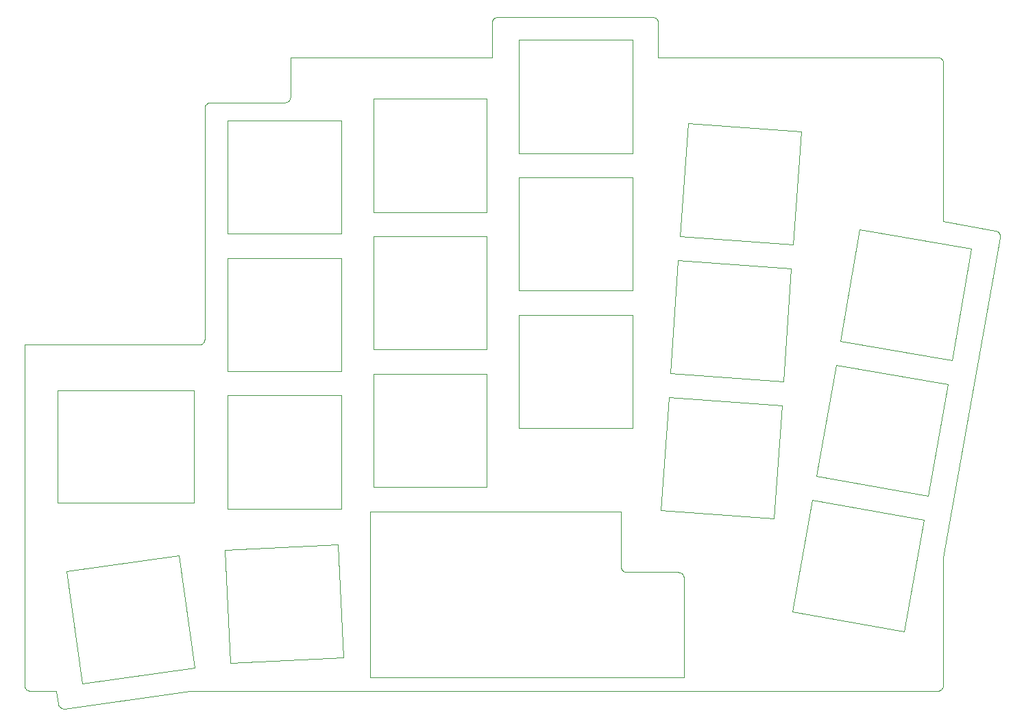
<source format=gm1>
G04 #@! TF.GenerationSoftware,KiCad,Pcbnew,7.0.5*
G04 #@! TF.CreationDate,2023-06-08T23:10:15+10:00*
G04 #@! TF.ProjectId,Klotz_02_Plate,4b6c6f74-7a5f-4303-925f-506c6174652e,0.1*
G04 #@! TF.SameCoordinates,Original*
G04 #@! TF.FileFunction,Profile,NP*
%FSLAX46Y46*%
G04 Gerber Fmt 4.6, Leading zero omitted, Abs format (unit mm)*
G04 Created by KiCad (PCBNEW 7.0.5) date 2023-06-08 23:10:15*
%MOMM*%
%LPD*%
G01*
G04 APERTURE LIST*
%ADD10C,0.010000*%
G04 APERTURE END LIST*
D10*
X117687056Y-53523114D02*
X117687056Y-58391447D01*
X204787893Y-74936725D02*
X198367333Y-73807837D01*
X105833721Y-128982282D02*
X91969555Y-130922560D01*
X141958169Y-89647560D02*
X127952892Y-89647560D01*
X198332053Y-131134229D02*
X198332053Y-115365063D01*
X165594280Y-117164221D02*
X165630446Y-117165143D01*
X165666153Y-117167881D01*
X165701357Y-117172389D01*
X165736011Y-117178621D01*
X165770071Y-117186533D01*
X165803492Y-117196079D01*
X165836228Y-117207214D01*
X165868234Y-117219893D01*
X165899465Y-117234071D01*
X165929875Y-117249702D01*
X165959420Y-117266741D01*
X165988054Y-117285143D01*
X166015732Y-117304863D01*
X166042409Y-117325855D01*
X166068040Y-117348075D01*
X166092578Y-117371477D01*
X166115980Y-117396015D01*
X166138200Y-117421646D01*
X166159192Y-117448323D01*
X166178912Y-117476001D01*
X166197314Y-117504635D01*
X166214353Y-117534180D01*
X166229984Y-117564590D01*
X166244162Y-117595821D01*
X166256841Y-117627827D01*
X166267976Y-117660564D01*
X166277522Y-117693984D01*
X166285434Y-117728045D01*
X166291666Y-117762699D01*
X166296174Y-117797903D01*
X166298912Y-117833610D01*
X166299835Y-117869777D01*
X106398168Y-89047836D02*
X84843444Y-89047836D01*
X178576498Y-93598670D02*
X164606495Y-92610891D01*
X127952892Y-72643669D02*
X127952891Y-72603492D01*
X127952891Y-72486383D01*
X127952891Y-72297469D01*
X127952891Y-72041879D01*
X127952891Y-71724743D01*
X127952891Y-71351189D01*
X127952891Y-70926347D01*
X127952891Y-70455344D01*
X127952891Y-69943310D01*
X127952891Y-69395374D01*
X127952891Y-68816665D01*
X127952891Y-68212311D01*
X127952891Y-67587442D01*
X127952891Y-66947186D01*
X127952891Y-66296672D01*
X127952891Y-65641030D01*
X127952891Y-64985387D01*
X127952891Y-64334873D01*
X127952891Y-63694617D01*
X127952891Y-63069748D01*
X127952891Y-62465394D01*
X127952891Y-61886685D01*
X127952890Y-61338749D01*
X127952890Y-60826715D01*
X127952890Y-60355712D01*
X127952890Y-59930870D01*
X127952890Y-59557316D01*
X127952889Y-59240180D01*
X127952889Y-58984590D01*
X127952889Y-58795676D01*
X127952889Y-58678567D01*
X127952889Y-58638391D01*
X165805949Y-75642278D02*
X166793722Y-61672280D01*
X158538724Y-116458666D02*
X158539646Y-116494832D01*
X158542384Y-116530539D01*
X158546892Y-116565743D01*
X158553124Y-116600397D01*
X158561036Y-116634457D01*
X158570582Y-116667878D01*
X158581717Y-116700614D01*
X158594396Y-116732620D01*
X158608574Y-116763851D01*
X158624205Y-116794261D01*
X158641244Y-116823806D01*
X158659646Y-116852440D01*
X158679366Y-116880118D01*
X158700358Y-116906795D01*
X158722578Y-116932426D01*
X158745980Y-116956964D01*
X158770518Y-116980366D01*
X158796149Y-117002586D01*
X158822826Y-117023578D01*
X158850504Y-117043298D01*
X158879138Y-117061700D01*
X158908683Y-117078739D01*
X158939093Y-117094370D01*
X158970324Y-117108548D01*
X159002330Y-117121227D01*
X159035067Y-117132362D01*
X159068487Y-117141908D01*
X159102548Y-117149820D01*
X159137202Y-117156052D01*
X159172406Y-117160560D01*
X159208113Y-117163298D01*
X159244280Y-117164221D01*
X201824551Y-77194503D02*
X199390386Y-90988114D01*
X141958169Y-58638391D02*
X141958169Y-72643669D01*
X90029277Y-117058392D02*
X103893443Y-115118114D01*
X205317060Y-75783395D02*
X205325954Y-75743920D01*
X205332820Y-75704897D01*
X205337697Y-75666366D01*
X205340622Y-75628364D01*
X205341636Y-75590930D01*
X205340777Y-75554104D01*
X205338083Y-75517924D01*
X205333593Y-75482428D01*
X205327346Y-75447656D01*
X205319381Y-75413646D01*
X205309737Y-75380438D01*
X205298452Y-75348069D01*
X205285565Y-75316578D01*
X205271114Y-75286005D01*
X205255140Y-75256388D01*
X205237680Y-75227766D01*
X205218772Y-75200177D01*
X205198457Y-75173660D01*
X205176772Y-75148255D01*
X205153757Y-75123999D01*
X205129450Y-75100932D01*
X205103889Y-75079092D01*
X205077115Y-75058519D01*
X205049164Y-75039250D01*
X205020077Y-75021325D01*
X204989892Y-75004782D01*
X204958648Y-74989660D01*
X204926383Y-74975998D01*
X204893136Y-74963835D01*
X204858946Y-74953209D01*
X204823852Y-74944159D01*
X204787893Y-74936725D01*
X88950000Y-94700000D02*
X105750000Y-94700000D01*
X109573168Y-114447833D02*
X123543167Y-113706998D01*
X109961223Y-61319502D02*
X123966502Y-61319502D01*
X193499004Y-124466725D02*
X179705391Y-122032561D01*
X165594274Y-78640892D02*
X179564271Y-79628670D01*
X109961223Y-92328668D02*
X109961223Y-78323391D01*
X88950000Y-108600000D02*
X105750000Y-108600000D01*
X198896500Y-93951448D02*
X196462335Y-107745056D01*
X185102886Y-91517280D02*
X198896500Y-93951448D01*
X84843444Y-131134229D02*
X84844366Y-131170395D01*
X84847104Y-131206102D01*
X84851612Y-131241306D01*
X84857844Y-131275960D01*
X84865756Y-131310020D01*
X84875302Y-131343441D01*
X84886437Y-131376177D01*
X84899116Y-131408183D01*
X84913294Y-131439414D01*
X84928925Y-131469824D01*
X84945964Y-131499369D01*
X84964366Y-131528003D01*
X84984086Y-131555681D01*
X85005079Y-131582358D01*
X85027299Y-131607989D01*
X85050701Y-131632527D01*
X85075239Y-131655929D01*
X85100870Y-131678149D01*
X85127547Y-131699141D01*
X85155225Y-131718861D01*
X85183859Y-131737263D01*
X85213404Y-131754302D01*
X85243814Y-131769933D01*
X85275045Y-131784111D01*
X85307051Y-131796790D01*
X85339787Y-131807925D01*
X85373208Y-131817471D01*
X85407268Y-131825383D01*
X85441923Y-131831615D01*
X85477126Y-131836123D01*
X85512833Y-131838861D01*
X85549000Y-131839784D01*
X109961223Y-75324780D02*
X109961223Y-61319502D01*
X166793722Y-61672280D02*
X180763724Y-62660057D01*
X145944553Y-85343669D02*
X159949830Y-85343669D01*
X166299835Y-117869777D02*
X166299835Y-130146444D01*
X85549000Y-131839784D02*
X88794555Y-131839784D01*
X107809279Y-59097002D02*
X107773113Y-59097924D01*
X107737405Y-59100662D01*
X107702202Y-59105170D01*
X107667547Y-59111402D01*
X107633487Y-59119314D01*
X107600067Y-59128860D01*
X107567331Y-59139995D01*
X107535325Y-59152674D01*
X107504094Y-59166852D01*
X107473683Y-59182483D01*
X107444138Y-59199522D01*
X107415504Y-59217924D01*
X107387826Y-59237644D01*
X107361149Y-59258637D01*
X107335519Y-59280857D01*
X107310980Y-59304259D01*
X107287578Y-59328797D01*
X107265358Y-59354428D01*
X107244366Y-59381105D01*
X107224646Y-59408783D01*
X107206243Y-59437417D01*
X107189204Y-59466962D01*
X107173573Y-59497372D01*
X107159395Y-59528603D01*
X107146716Y-59560609D01*
X107135581Y-59593345D01*
X107126035Y-59626766D01*
X107118123Y-59660826D01*
X107111891Y-59695481D01*
X107107383Y-59730684D01*
X107104645Y-59766391D01*
X107103723Y-59802558D01*
X109961223Y-109297281D02*
X109961223Y-95292004D01*
X177412335Y-110532003D02*
X163442333Y-109544224D01*
X84843444Y-89047836D02*
X84843444Y-131134229D01*
X159949830Y-99348949D02*
X145944553Y-99348949D01*
X198367333Y-73807837D02*
X198367333Y-54228669D01*
X178400109Y-96562001D02*
X177412335Y-110532003D01*
X116981501Y-59097002D02*
X107809279Y-59097002D01*
X164606495Y-92610891D02*
X165594274Y-78640892D01*
X145944553Y-51371169D02*
X159949830Y-51371169D01*
X105750000Y-94700000D02*
X105750000Y-108600000D01*
X145944553Y-65376448D02*
X145944553Y-51371169D01*
X123966502Y-95292004D02*
X123966502Y-109297281D01*
X159949830Y-85343669D02*
X159949830Y-99348949D01*
X163442333Y-109544224D02*
X164430112Y-95574222D01*
X188030938Y-74760336D02*
X201824551Y-77194503D01*
X127952889Y-58638391D02*
X141958169Y-58638391D01*
X179705391Y-122032561D02*
X182139555Y-108238953D01*
X159949830Y-68339780D02*
X159949830Y-82345058D01*
X127952889Y-75642280D02*
X141958169Y-75642280D01*
X196462335Y-107745056D02*
X182668722Y-105310891D01*
X124284000Y-127677000D02*
X110314000Y-128417835D01*
X182668722Y-105310891D02*
X185102886Y-91517280D01*
X197661778Y-53523114D02*
X163124835Y-53523114D01*
X159244280Y-117164221D02*
X165594280Y-117164221D01*
X179775951Y-76630057D02*
X165805949Y-75642278D01*
X110314000Y-128417835D02*
X109573168Y-114447833D01*
X141958169Y-72643669D02*
X127952892Y-72643669D01*
X117687056Y-58391447D02*
X117686133Y-58427612D01*
X117683395Y-58463320D01*
X117678887Y-58498523D01*
X117672655Y-58533178D01*
X117664743Y-58567238D01*
X117655197Y-58600658D01*
X117644062Y-58633394D01*
X117631383Y-58665400D01*
X117617205Y-58696631D01*
X117601574Y-58727041D01*
X117584535Y-58756586D01*
X117566133Y-58785220D01*
X117546413Y-58812899D01*
X117525420Y-58839575D01*
X117503201Y-58865206D01*
X117479799Y-58889745D01*
X117455260Y-58913147D01*
X117429629Y-58935366D01*
X117402953Y-58956359D01*
X117375274Y-58976079D01*
X117346640Y-58994481D01*
X117317095Y-59011520D01*
X117286685Y-59027151D01*
X117255454Y-59041329D01*
X117223448Y-59054008D01*
X117190712Y-59065143D01*
X117157292Y-59074689D01*
X117123232Y-59082601D01*
X117088577Y-59088833D01*
X117053374Y-59093341D01*
X117017666Y-59096079D01*
X116981501Y-59097002D01*
X141958169Y-92646168D02*
X141958169Y-106651448D01*
X123543167Y-113706998D02*
X124284000Y-127677000D01*
X159949830Y-65376448D02*
X145944553Y-65376448D01*
X159949830Y-51371169D02*
X159949830Y-65376448D01*
X91969555Y-130922560D02*
X90029277Y-117058392D01*
X162419280Y-48548947D02*
X143298725Y-48548947D01*
X199108169Y-111025895D02*
X205317060Y-75783395D01*
X179564271Y-79628670D02*
X178576498Y-93598670D01*
X123966502Y-92328668D02*
X109961223Y-92328668D01*
X127952892Y-89647560D02*
X127952891Y-89607383D01*
X127952891Y-89490274D01*
X127952891Y-89301360D01*
X127952891Y-89045770D01*
X127952891Y-88728634D01*
X127952891Y-88355080D01*
X127952891Y-87930237D01*
X127952891Y-87459235D01*
X127952891Y-86947201D01*
X127952891Y-86399265D01*
X127952891Y-85820555D01*
X127952891Y-85216201D01*
X127952891Y-84591332D01*
X127952891Y-83951076D01*
X127952891Y-83300562D01*
X127952891Y-82644920D01*
X127952891Y-81989277D01*
X127952891Y-81338763D01*
X127952891Y-80698507D01*
X127952891Y-80073638D01*
X127952891Y-79469284D01*
X127952891Y-78890574D01*
X127952890Y-78342638D01*
X127952890Y-77830605D01*
X127952890Y-77359602D01*
X127952890Y-76934759D01*
X127952890Y-76561205D01*
X127952889Y-76244069D01*
X127952889Y-75988479D01*
X127952889Y-75799565D01*
X127952889Y-75682456D01*
X127952889Y-75642280D01*
X158538724Y-109650053D02*
X158538724Y-116458666D01*
X195933169Y-110673118D02*
X193499004Y-124466725D01*
X163124835Y-53523114D02*
X163124835Y-49254502D01*
X145944553Y-99348949D02*
X145944553Y-85343669D01*
X145944553Y-68339780D02*
X159949830Y-68339780D01*
X88794555Y-131839784D02*
X89006222Y-133427284D01*
X127529554Y-130146444D02*
X127529554Y-109650053D01*
X109961223Y-95292004D02*
X123966502Y-95292004D01*
X182139555Y-108238953D02*
X195933169Y-110673118D01*
X89006222Y-133427284D02*
X89013654Y-133463246D01*
X89022689Y-133498356D01*
X89033274Y-133532588D01*
X89045358Y-133565915D01*
X89058888Y-133598312D01*
X89073814Y-133629753D01*
X89090083Y-133660212D01*
X89107645Y-133689663D01*
X89126446Y-133718081D01*
X89146437Y-133745439D01*
X89167564Y-133771712D01*
X89189776Y-133796875D01*
X89213022Y-133820900D01*
X89237249Y-133843762D01*
X89262407Y-133865436D01*
X89288443Y-133885896D01*
X89315307Y-133905115D01*
X89342945Y-133923068D01*
X89371307Y-133939729D01*
X89400340Y-133955073D01*
X89429994Y-133969073D01*
X89460216Y-133981703D01*
X89490955Y-133992938D01*
X89522159Y-134002753D01*
X89553776Y-134011120D01*
X89585755Y-134018014D01*
X89618044Y-134023410D01*
X89650592Y-134027281D01*
X89683346Y-134029602D01*
X89716256Y-134030347D01*
X89749268Y-134029489D01*
X89782333Y-134027005D01*
X143298725Y-48548947D02*
X143262558Y-48549869D01*
X143226851Y-48552607D01*
X143191647Y-48557115D01*
X143156993Y-48563347D01*
X143122933Y-48571259D01*
X143089512Y-48580805D01*
X143056776Y-48591940D01*
X143024770Y-48604619D01*
X142993539Y-48618797D01*
X142963129Y-48634428D01*
X142933584Y-48651467D01*
X142904950Y-48669869D01*
X142877272Y-48689589D01*
X142850595Y-48710582D01*
X142824964Y-48732801D01*
X142800426Y-48756203D01*
X142777024Y-48780742D01*
X142754804Y-48806373D01*
X142733812Y-48833049D01*
X142714092Y-48860728D01*
X142695690Y-48889362D01*
X142678651Y-48918907D01*
X142663020Y-48949317D01*
X142648842Y-48980548D01*
X142636163Y-49012554D01*
X142625028Y-49045290D01*
X142615482Y-49078710D01*
X142607570Y-49112770D01*
X142601338Y-49147425D01*
X142596830Y-49182628D01*
X142594092Y-49218336D01*
X142593170Y-49254502D01*
X198332053Y-115365063D02*
X199108169Y-111025895D01*
X166299835Y-130146444D02*
X127529554Y-130146444D01*
X123966502Y-61319502D02*
X123966502Y-75324780D01*
X141958169Y-75642280D02*
X141958169Y-89647560D01*
X163124835Y-49254502D02*
X163123912Y-49218336D01*
X163121174Y-49182628D01*
X163116666Y-49147425D01*
X163110434Y-49112770D01*
X163102522Y-49078710D01*
X163092976Y-49045290D01*
X163081841Y-49012554D01*
X163069162Y-48980548D01*
X163054984Y-48949317D01*
X163039353Y-48918907D01*
X163022314Y-48889362D01*
X163003912Y-48860728D01*
X162984192Y-48833049D01*
X162963200Y-48806373D01*
X162940980Y-48780742D01*
X162917578Y-48756203D01*
X162893040Y-48732801D01*
X162867409Y-48710582D01*
X162840732Y-48689589D01*
X162813054Y-48669869D01*
X162784420Y-48651467D01*
X162754875Y-48634428D01*
X162724465Y-48618797D01*
X162693234Y-48604619D01*
X162661228Y-48591940D01*
X162628492Y-48580805D01*
X162595071Y-48571259D01*
X162561011Y-48563347D01*
X162526357Y-48557115D01*
X162491153Y-48552607D01*
X162455446Y-48549869D01*
X162419280Y-48548947D01*
X123966502Y-75324780D02*
X109961223Y-75324780D01*
X109961223Y-78323391D02*
X123966502Y-78323391D01*
X107103723Y-88342280D02*
X107102800Y-88378445D01*
X107100062Y-88414153D01*
X107095554Y-88449356D01*
X107089322Y-88484011D01*
X107081410Y-88518071D01*
X107071864Y-88551491D01*
X107060729Y-88584227D01*
X107048050Y-88616233D01*
X107033872Y-88647464D01*
X107018241Y-88677875D01*
X107001202Y-88707420D01*
X106982800Y-88736054D01*
X106963080Y-88763732D01*
X106942087Y-88790409D01*
X106919868Y-88816039D01*
X106896466Y-88840578D01*
X106871927Y-88863980D01*
X106846296Y-88886200D01*
X106819620Y-88907192D01*
X106791941Y-88926912D01*
X106763307Y-88945315D01*
X106733762Y-88962354D01*
X106703352Y-88977985D01*
X106672121Y-88992163D01*
X106640115Y-89004842D01*
X106607379Y-89015977D01*
X106573959Y-89025523D01*
X106539899Y-89033435D01*
X106505244Y-89039667D01*
X106470041Y-89044175D01*
X106434333Y-89046913D01*
X106398168Y-89047836D01*
X127952892Y-106651448D02*
X127952891Y-106611271D01*
X127952891Y-106494162D01*
X127952891Y-106305248D01*
X127952891Y-106049658D01*
X127952891Y-105732522D01*
X127952891Y-105358968D01*
X127952891Y-104934125D01*
X127952891Y-104463123D01*
X127952891Y-103951089D01*
X127952891Y-103403153D01*
X127952891Y-102824443D01*
X127952891Y-102220089D01*
X127952891Y-101595220D01*
X127952891Y-100954964D01*
X127952891Y-100304450D01*
X127952891Y-99648808D01*
X127952891Y-98993165D01*
X127952891Y-98342651D01*
X127952891Y-97702395D01*
X127952891Y-97077526D01*
X127952891Y-96473172D01*
X127952891Y-95894462D01*
X127952890Y-95346526D01*
X127952890Y-94834493D01*
X127952890Y-94363490D01*
X127952890Y-93938647D01*
X127952890Y-93565093D01*
X127952889Y-93247957D01*
X127952889Y-92992367D01*
X127952889Y-92803453D01*
X127952889Y-92686344D01*
X127952889Y-92646168D01*
X180763724Y-62660057D02*
X179775951Y-76630057D01*
X127952889Y-92646168D02*
X141958169Y-92646168D01*
X185596773Y-88553947D02*
X188030938Y-74760336D01*
X142593170Y-49254502D02*
X142593170Y-53523114D01*
X164430112Y-95574222D02*
X178400109Y-96562001D01*
X199390386Y-90988114D02*
X185596773Y-88553947D01*
X107103723Y-59802558D02*
X107103723Y-88342280D01*
X197626498Y-131839784D02*
X197662664Y-131838861D01*
X197698371Y-131836123D01*
X197733575Y-131831615D01*
X197768229Y-131825383D01*
X197802289Y-131817471D01*
X197835710Y-131807925D01*
X197868446Y-131796790D01*
X197900452Y-131784111D01*
X197931683Y-131769933D01*
X197962093Y-131754302D01*
X197991638Y-131737263D01*
X198020272Y-131718861D01*
X198047950Y-131699141D01*
X198074627Y-131678149D01*
X198100258Y-131655929D01*
X198124796Y-131632527D01*
X198148198Y-131607989D01*
X198170418Y-131582358D01*
X198191410Y-131555681D01*
X198211130Y-131528003D01*
X198229532Y-131499369D01*
X198246571Y-131469824D01*
X198262202Y-131439414D01*
X198276380Y-131408183D01*
X198289059Y-131376177D01*
X198300194Y-131343441D01*
X198309740Y-131310020D01*
X198317652Y-131275960D01*
X198323884Y-131241306D01*
X198328392Y-131206102D01*
X198331130Y-131170395D01*
X198332053Y-131134229D01*
X159949830Y-82345058D02*
X145944553Y-82345058D01*
X89782333Y-134027005D02*
X105269278Y-131839784D01*
X127529554Y-109650053D02*
X158538724Y-109650053D01*
X123966502Y-78323391D02*
X123966502Y-92328668D01*
X123966502Y-109297281D02*
X109961223Y-109297281D01*
X142593170Y-53523114D02*
X117687056Y-53523114D01*
X105269278Y-131839784D02*
X197626498Y-131839784D01*
X145944553Y-82345058D02*
X145944553Y-68339780D01*
X103893443Y-115118114D02*
X105833721Y-128982282D01*
X141958169Y-106651448D02*
X127952892Y-106651448D01*
X198367333Y-54228669D02*
X198366410Y-54192502D01*
X198363672Y-54156795D01*
X198359164Y-54121592D01*
X198352932Y-54086937D01*
X198345020Y-54052877D01*
X198335474Y-54019456D01*
X198324339Y-53986720D01*
X198311660Y-53954714D01*
X198297482Y-53923484D01*
X198281851Y-53893073D01*
X198264812Y-53863528D01*
X198246410Y-53834894D01*
X198226690Y-53807216D01*
X198205698Y-53780539D01*
X198183478Y-53754909D01*
X198160076Y-53730370D01*
X198135538Y-53706968D01*
X198109907Y-53684748D01*
X198083230Y-53663756D01*
X198055552Y-53644036D01*
X198026918Y-53625634D01*
X197997373Y-53608595D01*
X197966963Y-53592964D01*
X197935732Y-53578786D01*
X197903726Y-53566107D01*
X197870990Y-53554972D01*
X197837569Y-53545426D01*
X197803509Y-53537514D01*
X197768855Y-53531282D01*
X197733651Y-53526774D01*
X197697944Y-53524036D01*
X197661778Y-53523114D01*
X88950000Y-94700000D02*
X88950000Y-94711453D01*
X88950000Y-94727148D01*
X88950000Y-94753024D01*
X88950000Y-94791625D01*
X88950000Y-94845498D01*
X88950000Y-94917187D01*
X88950000Y-95009237D01*
X88950000Y-95124194D01*
X88950000Y-95264602D01*
X88950000Y-95433007D01*
X88950000Y-95631954D01*
X88950000Y-95863989D01*
X88950000Y-96131655D01*
X88950000Y-96437500D01*
X88950000Y-96784066D01*
X88950000Y-97173901D01*
X88950000Y-97609548D01*
X88950000Y-98093554D01*
X88950000Y-98628463D01*
X88950000Y-99216821D01*
X88950000Y-99861172D01*
X88950000Y-100564062D01*
X88950000Y-101328036D01*
X88950000Y-102155639D01*
X88950000Y-103049417D01*
X88950000Y-104011914D01*
X88950000Y-105045675D01*
X88950000Y-106153247D01*
X88950000Y-107337173D01*
X88950000Y-108600000D01*
M02*

</source>
